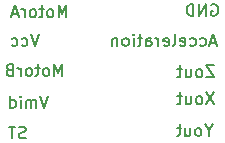
<source format=gbr>
%TF.GenerationSoftware,KiCad,Pcbnew,8.0.3*%
%TF.CreationDate,2025-09-08T17:35:16+08:00*%
%TF.ProjectId,balancing-car,62616c61-6e63-4696-9e67-2d6361722e6b,rev?*%
%TF.SameCoordinates,Original*%
%TF.FileFunction,Legend,Bot*%
%TF.FilePolarity,Positive*%
%FSLAX46Y46*%
G04 Gerber Fmt 4.6, Leading zero omitted, Abs format (unit mm)*
G04 Created by KiCad (PCBNEW 8.0.3) date 2025-09-08 17:35:16*
%MOMM*%
%LPD*%
G01*
G04 APERTURE LIST*
%ADD10C,0.200000*%
%ADD11O,1.700000X1.700000*%
%ADD12R,1.700000X1.700000*%
G04 APERTURE END LIST*
D10*
X192870345Y-93545600D02*
X192727488Y-93593219D01*
X192727488Y-93593219D02*
X192489393Y-93593219D01*
X192489393Y-93593219D02*
X192394155Y-93545600D01*
X192394155Y-93545600D02*
X192346536Y-93497980D01*
X192346536Y-93497980D02*
X192298917Y-93402742D01*
X192298917Y-93402742D02*
X192298917Y-93307504D01*
X192298917Y-93307504D02*
X192346536Y-93212266D01*
X192346536Y-93212266D02*
X192394155Y-93164647D01*
X192394155Y-93164647D02*
X192489393Y-93117028D01*
X192489393Y-93117028D02*
X192679869Y-93069409D01*
X192679869Y-93069409D02*
X192775107Y-93021790D01*
X192775107Y-93021790D02*
X192822726Y-92974171D01*
X192822726Y-92974171D02*
X192870345Y-92878933D01*
X192870345Y-92878933D02*
X192870345Y-92783695D01*
X192870345Y-92783695D02*
X192822726Y-92688457D01*
X192822726Y-92688457D02*
X192775107Y-92640838D01*
X192775107Y-92640838D02*
X192679869Y-92593219D01*
X192679869Y-92593219D02*
X192441774Y-92593219D01*
X192441774Y-92593219D02*
X192298917Y-92640838D01*
X192013202Y-92593219D02*
X191441774Y-92593219D01*
X191727488Y-93593219D02*
X191727488Y-92593219D01*
X194794383Y-90002419D02*
X194461050Y-91002419D01*
X194461050Y-91002419D02*
X194127717Y-90002419D01*
X193794383Y-91002419D02*
X193794383Y-90335752D01*
X193794383Y-90430990D02*
X193746764Y-90383371D01*
X193746764Y-90383371D02*
X193651526Y-90335752D01*
X193651526Y-90335752D02*
X193508669Y-90335752D01*
X193508669Y-90335752D02*
X193413431Y-90383371D01*
X193413431Y-90383371D02*
X193365812Y-90478609D01*
X193365812Y-90478609D02*
X193365812Y-91002419D01*
X193365812Y-90478609D02*
X193318193Y-90383371D01*
X193318193Y-90383371D02*
X193222955Y-90335752D01*
X193222955Y-90335752D02*
X193080098Y-90335752D01*
X193080098Y-90335752D02*
X192984859Y-90383371D01*
X192984859Y-90383371D02*
X192937240Y-90478609D01*
X192937240Y-90478609D02*
X192937240Y-91002419D01*
X192461050Y-91002419D02*
X192461050Y-90335752D01*
X192461050Y-90002419D02*
X192508669Y-90050038D01*
X192508669Y-90050038D02*
X192461050Y-90097657D01*
X192461050Y-90097657D02*
X192413431Y-90050038D01*
X192413431Y-90050038D02*
X192461050Y-90002419D01*
X192461050Y-90002419D02*
X192461050Y-90097657D01*
X191556289Y-91002419D02*
X191556289Y-90002419D01*
X191556289Y-90954800D02*
X191651527Y-91002419D01*
X191651527Y-91002419D02*
X191842003Y-91002419D01*
X191842003Y-91002419D02*
X191937241Y-90954800D01*
X191937241Y-90954800D02*
X191984860Y-90907180D01*
X191984860Y-90907180D02*
X192032479Y-90811942D01*
X192032479Y-90811942D02*
X192032479Y-90526228D01*
X192032479Y-90526228D02*
X191984860Y-90430990D01*
X191984860Y-90430990D02*
X191937241Y-90383371D01*
X191937241Y-90383371D02*
X191842003Y-90335752D01*
X191842003Y-90335752D02*
X191651527Y-90335752D01*
X191651527Y-90335752D02*
X191556289Y-90383371D01*
X195972326Y-88310019D02*
X195972326Y-87310019D01*
X195972326Y-87310019D02*
X195638993Y-88024304D01*
X195638993Y-88024304D02*
X195305660Y-87310019D01*
X195305660Y-87310019D02*
X195305660Y-88310019D01*
X194686612Y-88310019D02*
X194781850Y-88262400D01*
X194781850Y-88262400D02*
X194829469Y-88214780D01*
X194829469Y-88214780D02*
X194877088Y-88119542D01*
X194877088Y-88119542D02*
X194877088Y-87833828D01*
X194877088Y-87833828D02*
X194829469Y-87738590D01*
X194829469Y-87738590D02*
X194781850Y-87690971D01*
X194781850Y-87690971D02*
X194686612Y-87643352D01*
X194686612Y-87643352D02*
X194543755Y-87643352D01*
X194543755Y-87643352D02*
X194448517Y-87690971D01*
X194448517Y-87690971D02*
X194400898Y-87738590D01*
X194400898Y-87738590D02*
X194353279Y-87833828D01*
X194353279Y-87833828D02*
X194353279Y-88119542D01*
X194353279Y-88119542D02*
X194400898Y-88214780D01*
X194400898Y-88214780D02*
X194448517Y-88262400D01*
X194448517Y-88262400D02*
X194543755Y-88310019D01*
X194543755Y-88310019D02*
X194686612Y-88310019D01*
X194067564Y-87643352D02*
X193686612Y-87643352D01*
X193924707Y-87310019D02*
X193924707Y-88167161D01*
X193924707Y-88167161D02*
X193877088Y-88262400D01*
X193877088Y-88262400D02*
X193781850Y-88310019D01*
X193781850Y-88310019D02*
X193686612Y-88310019D01*
X193210421Y-88310019D02*
X193305659Y-88262400D01*
X193305659Y-88262400D02*
X193353278Y-88214780D01*
X193353278Y-88214780D02*
X193400897Y-88119542D01*
X193400897Y-88119542D02*
X193400897Y-87833828D01*
X193400897Y-87833828D02*
X193353278Y-87738590D01*
X193353278Y-87738590D02*
X193305659Y-87690971D01*
X193305659Y-87690971D02*
X193210421Y-87643352D01*
X193210421Y-87643352D02*
X193067564Y-87643352D01*
X193067564Y-87643352D02*
X192972326Y-87690971D01*
X192972326Y-87690971D02*
X192924707Y-87738590D01*
X192924707Y-87738590D02*
X192877088Y-87833828D01*
X192877088Y-87833828D02*
X192877088Y-88119542D01*
X192877088Y-88119542D02*
X192924707Y-88214780D01*
X192924707Y-88214780D02*
X192972326Y-88262400D01*
X192972326Y-88262400D02*
X193067564Y-88310019D01*
X193067564Y-88310019D02*
X193210421Y-88310019D01*
X192448516Y-88310019D02*
X192448516Y-87643352D01*
X192448516Y-87833828D02*
X192400897Y-87738590D01*
X192400897Y-87738590D02*
X192353278Y-87690971D01*
X192353278Y-87690971D02*
X192258040Y-87643352D01*
X192258040Y-87643352D02*
X192162802Y-87643352D01*
X191496135Y-87786209D02*
X191353278Y-87833828D01*
X191353278Y-87833828D02*
X191305659Y-87881447D01*
X191305659Y-87881447D02*
X191258040Y-87976685D01*
X191258040Y-87976685D02*
X191258040Y-88119542D01*
X191258040Y-88119542D02*
X191305659Y-88214780D01*
X191305659Y-88214780D02*
X191353278Y-88262400D01*
X191353278Y-88262400D02*
X191448516Y-88310019D01*
X191448516Y-88310019D02*
X191829468Y-88310019D01*
X191829468Y-88310019D02*
X191829468Y-87310019D01*
X191829468Y-87310019D02*
X191496135Y-87310019D01*
X191496135Y-87310019D02*
X191400897Y-87357638D01*
X191400897Y-87357638D02*
X191353278Y-87405257D01*
X191353278Y-87405257D02*
X191305659Y-87500495D01*
X191305659Y-87500495D02*
X191305659Y-87595733D01*
X191305659Y-87595733D02*
X191353278Y-87690971D01*
X191353278Y-87690971D02*
X191400897Y-87738590D01*
X191400897Y-87738590D02*
X191496135Y-87786209D01*
X191496135Y-87786209D02*
X191829468Y-87786209D01*
X193981583Y-84770019D02*
X193648250Y-85770019D01*
X193648250Y-85770019D02*
X193314917Y-84770019D01*
X192553012Y-85722400D02*
X192648250Y-85770019D01*
X192648250Y-85770019D02*
X192838726Y-85770019D01*
X192838726Y-85770019D02*
X192933964Y-85722400D01*
X192933964Y-85722400D02*
X192981583Y-85674780D01*
X192981583Y-85674780D02*
X193029202Y-85579542D01*
X193029202Y-85579542D02*
X193029202Y-85293828D01*
X193029202Y-85293828D02*
X192981583Y-85198590D01*
X192981583Y-85198590D02*
X192933964Y-85150971D01*
X192933964Y-85150971D02*
X192838726Y-85103352D01*
X192838726Y-85103352D02*
X192648250Y-85103352D01*
X192648250Y-85103352D02*
X192553012Y-85150971D01*
X191695869Y-85722400D02*
X191791107Y-85770019D01*
X191791107Y-85770019D02*
X191981583Y-85770019D01*
X191981583Y-85770019D02*
X192076821Y-85722400D01*
X192076821Y-85722400D02*
X192124440Y-85674780D01*
X192124440Y-85674780D02*
X192172059Y-85579542D01*
X192172059Y-85579542D02*
X192172059Y-85293828D01*
X192172059Y-85293828D02*
X192124440Y-85198590D01*
X192124440Y-85198590D02*
X192076821Y-85150971D01*
X192076821Y-85150971D02*
X191981583Y-85103352D01*
X191981583Y-85103352D02*
X191791107Y-85103352D01*
X191791107Y-85103352D02*
X191695869Y-85150971D01*
X196327926Y-83331619D02*
X196327926Y-82331619D01*
X196327926Y-82331619D02*
X195994593Y-83045904D01*
X195994593Y-83045904D02*
X195661260Y-82331619D01*
X195661260Y-82331619D02*
X195661260Y-83331619D01*
X195042212Y-83331619D02*
X195137450Y-83284000D01*
X195137450Y-83284000D02*
X195185069Y-83236380D01*
X195185069Y-83236380D02*
X195232688Y-83141142D01*
X195232688Y-83141142D02*
X195232688Y-82855428D01*
X195232688Y-82855428D02*
X195185069Y-82760190D01*
X195185069Y-82760190D02*
X195137450Y-82712571D01*
X195137450Y-82712571D02*
X195042212Y-82664952D01*
X195042212Y-82664952D02*
X194899355Y-82664952D01*
X194899355Y-82664952D02*
X194804117Y-82712571D01*
X194804117Y-82712571D02*
X194756498Y-82760190D01*
X194756498Y-82760190D02*
X194708879Y-82855428D01*
X194708879Y-82855428D02*
X194708879Y-83141142D01*
X194708879Y-83141142D02*
X194756498Y-83236380D01*
X194756498Y-83236380D02*
X194804117Y-83284000D01*
X194804117Y-83284000D02*
X194899355Y-83331619D01*
X194899355Y-83331619D02*
X195042212Y-83331619D01*
X194423164Y-82664952D02*
X194042212Y-82664952D01*
X194280307Y-82331619D02*
X194280307Y-83188761D01*
X194280307Y-83188761D02*
X194232688Y-83284000D01*
X194232688Y-83284000D02*
X194137450Y-83331619D01*
X194137450Y-83331619D02*
X194042212Y-83331619D01*
X193566021Y-83331619D02*
X193661259Y-83284000D01*
X193661259Y-83284000D02*
X193708878Y-83236380D01*
X193708878Y-83236380D02*
X193756497Y-83141142D01*
X193756497Y-83141142D02*
X193756497Y-82855428D01*
X193756497Y-82855428D02*
X193708878Y-82760190D01*
X193708878Y-82760190D02*
X193661259Y-82712571D01*
X193661259Y-82712571D02*
X193566021Y-82664952D01*
X193566021Y-82664952D02*
X193423164Y-82664952D01*
X193423164Y-82664952D02*
X193327926Y-82712571D01*
X193327926Y-82712571D02*
X193280307Y-82760190D01*
X193280307Y-82760190D02*
X193232688Y-82855428D01*
X193232688Y-82855428D02*
X193232688Y-83141142D01*
X193232688Y-83141142D02*
X193280307Y-83236380D01*
X193280307Y-83236380D02*
X193327926Y-83284000D01*
X193327926Y-83284000D02*
X193423164Y-83331619D01*
X193423164Y-83331619D02*
X193566021Y-83331619D01*
X192804116Y-83331619D02*
X192804116Y-82664952D01*
X192804116Y-82855428D02*
X192756497Y-82760190D01*
X192756497Y-82760190D02*
X192708878Y-82712571D01*
X192708878Y-82712571D02*
X192613640Y-82664952D01*
X192613640Y-82664952D02*
X192518402Y-82664952D01*
X192232687Y-83045904D02*
X191756497Y-83045904D01*
X192327925Y-83331619D02*
X191994592Y-82331619D01*
X191994592Y-82331619D02*
X191661259Y-83331619D01*
X208380250Y-92913828D02*
X208380250Y-93390019D01*
X208713583Y-92390019D02*
X208380250Y-92913828D01*
X208380250Y-92913828D02*
X208046917Y-92390019D01*
X207570726Y-93390019D02*
X207665964Y-93342400D01*
X207665964Y-93342400D02*
X207713583Y-93294780D01*
X207713583Y-93294780D02*
X207761202Y-93199542D01*
X207761202Y-93199542D02*
X207761202Y-92913828D01*
X207761202Y-92913828D02*
X207713583Y-92818590D01*
X207713583Y-92818590D02*
X207665964Y-92770971D01*
X207665964Y-92770971D02*
X207570726Y-92723352D01*
X207570726Y-92723352D02*
X207427869Y-92723352D01*
X207427869Y-92723352D02*
X207332631Y-92770971D01*
X207332631Y-92770971D02*
X207285012Y-92818590D01*
X207285012Y-92818590D02*
X207237393Y-92913828D01*
X207237393Y-92913828D02*
X207237393Y-93199542D01*
X207237393Y-93199542D02*
X207285012Y-93294780D01*
X207285012Y-93294780D02*
X207332631Y-93342400D01*
X207332631Y-93342400D02*
X207427869Y-93390019D01*
X207427869Y-93390019D02*
X207570726Y-93390019D01*
X206380250Y-92723352D02*
X206380250Y-93390019D01*
X206808821Y-92723352D02*
X206808821Y-93247161D01*
X206808821Y-93247161D02*
X206761202Y-93342400D01*
X206761202Y-93342400D02*
X206665964Y-93390019D01*
X206665964Y-93390019D02*
X206523107Y-93390019D01*
X206523107Y-93390019D02*
X206427869Y-93342400D01*
X206427869Y-93342400D02*
X206380250Y-93294780D01*
X206046916Y-92723352D02*
X205665964Y-92723352D01*
X205904059Y-92390019D02*
X205904059Y-93247161D01*
X205904059Y-93247161D02*
X205856440Y-93342400D01*
X205856440Y-93342400D02*
X205761202Y-93390019D01*
X205761202Y-93390019D02*
X205665964Y-93390019D01*
X208818364Y-89697619D02*
X208151698Y-90697619D01*
X208151698Y-89697619D02*
X208818364Y-90697619D01*
X207627888Y-90697619D02*
X207723126Y-90650000D01*
X207723126Y-90650000D02*
X207770745Y-90602380D01*
X207770745Y-90602380D02*
X207818364Y-90507142D01*
X207818364Y-90507142D02*
X207818364Y-90221428D01*
X207818364Y-90221428D02*
X207770745Y-90126190D01*
X207770745Y-90126190D02*
X207723126Y-90078571D01*
X207723126Y-90078571D02*
X207627888Y-90030952D01*
X207627888Y-90030952D02*
X207485031Y-90030952D01*
X207485031Y-90030952D02*
X207389793Y-90078571D01*
X207389793Y-90078571D02*
X207342174Y-90126190D01*
X207342174Y-90126190D02*
X207294555Y-90221428D01*
X207294555Y-90221428D02*
X207294555Y-90507142D01*
X207294555Y-90507142D02*
X207342174Y-90602380D01*
X207342174Y-90602380D02*
X207389793Y-90650000D01*
X207389793Y-90650000D02*
X207485031Y-90697619D01*
X207485031Y-90697619D02*
X207627888Y-90697619D01*
X206437412Y-90030952D02*
X206437412Y-90697619D01*
X206865983Y-90030952D02*
X206865983Y-90554761D01*
X206865983Y-90554761D02*
X206818364Y-90650000D01*
X206818364Y-90650000D02*
X206723126Y-90697619D01*
X206723126Y-90697619D02*
X206580269Y-90697619D01*
X206580269Y-90697619D02*
X206485031Y-90650000D01*
X206485031Y-90650000D02*
X206437412Y-90602380D01*
X206104078Y-90030952D02*
X205723126Y-90030952D01*
X205961221Y-89697619D02*
X205961221Y-90554761D01*
X205961221Y-90554761D02*
X205913602Y-90650000D01*
X205913602Y-90650000D02*
X205818364Y-90697619D01*
X205818364Y-90697619D02*
X205723126Y-90697619D01*
X208818364Y-87411619D02*
X208151698Y-87411619D01*
X208151698Y-87411619D02*
X208818364Y-88411619D01*
X208818364Y-88411619D02*
X208151698Y-88411619D01*
X207627888Y-88411619D02*
X207723126Y-88364000D01*
X207723126Y-88364000D02*
X207770745Y-88316380D01*
X207770745Y-88316380D02*
X207818364Y-88221142D01*
X207818364Y-88221142D02*
X207818364Y-87935428D01*
X207818364Y-87935428D02*
X207770745Y-87840190D01*
X207770745Y-87840190D02*
X207723126Y-87792571D01*
X207723126Y-87792571D02*
X207627888Y-87744952D01*
X207627888Y-87744952D02*
X207485031Y-87744952D01*
X207485031Y-87744952D02*
X207389793Y-87792571D01*
X207389793Y-87792571D02*
X207342174Y-87840190D01*
X207342174Y-87840190D02*
X207294555Y-87935428D01*
X207294555Y-87935428D02*
X207294555Y-88221142D01*
X207294555Y-88221142D02*
X207342174Y-88316380D01*
X207342174Y-88316380D02*
X207389793Y-88364000D01*
X207389793Y-88364000D02*
X207485031Y-88411619D01*
X207485031Y-88411619D02*
X207627888Y-88411619D01*
X206437412Y-87744952D02*
X206437412Y-88411619D01*
X206865983Y-87744952D02*
X206865983Y-88268761D01*
X206865983Y-88268761D02*
X206818364Y-88364000D01*
X206818364Y-88364000D02*
X206723126Y-88411619D01*
X206723126Y-88411619D02*
X206580269Y-88411619D01*
X206580269Y-88411619D02*
X206485031Y-88364000D01*
X206485031Y-88364000D02*
X206437412Y-88316380D01*
X206104078Y-87744952D02*
X205723126Y-87744952D01*
X205961221Y-87411619D02*
X205961221Y-88268761D01*
X205961221Y-88268761D02*
X205913602Y-88364000D01*
X205913602Y-88364000D02*
X205818364Y-88411619D01*
X205818364Y-88411619D02*
X205723126Y-88411619D01*
X208973945Y-85484304D02*
X208497755Y-85484304D01*
X209069183Y-85770019D02*
X208735850Y-84770019D01*
X208735850Y-84770019D02*
X208402517Y-85770019D01*
X207640612Y-85722400D02*
X207735850Y-85770019D01*
X207735850Y-85770019D02*
X207926326Y-85770019D01*
X207926326Y-85770019D02*
X208021564Y-85722400D01*
X208021564Y-85722400D02*
X208069183Y-85674780D01*
X208069183Y-85674780D02*
X208116802Y-85579542D01*
X208116802Y-85579542D02*
X208116802Y-85293828D01*
X208116802Y-85293828D02*
X208069183Y-85198590D01*
X208069183Y-85198590D02*
X208021564Y-85150971D01*
X208021564Y-85150971D02*
X207926326Y-85103352D01*
X207926326Y-85103352D02*
X207735850Y-85103352D01*
X207735850Y-85103352D02*
X207640612Y-85150971D01*
X206783469Y-85722400D02*
X206878707Y-85770019D01*
X206878707Y-85770019D02*
X207069183Y-85770019D01*
X207069183Y-85770019D02*
X207164421Y-85722400D01*
X207164421Y-85722400D02*
X207212040Y-85674780D01*
X207212040Y-85674780D02*
X207259659Y-85579542D01*
X207259659Y-85579542D02*
X207259659Y-85293828D01*
X207259659Y-85293828D02*
X207212040Y-85198590D01*
X207212040Y-85198590D02*
X207164421Y-85150971D01*
X207164421Y-85150971D02*
X207069183Y-85103352D01*
X207069183Y-85103352D02*
X206878707Y-85103352D01*
X206878707Y-85103352D02*
X206783469Y-85150971D01*
X205973945Y-85722400D02*
X206069183Y-85770019D01*
X206069183Y-85770019D02*
X206259659Y-85770019D01*
X206259659Y-85770019D02*
X206354897Y-85722400D01*
X206354897Y-85722400D02*
X206402516Y-85627161D01*
X206402516Y-85627161D02*
X206402516Y-85246209D01*
X206402516Y-85246209D02*
X206354897Y-85150971D01*
X206354897Y-85150971D02*
X206259659Y-85103352D01*
X206259659Y-85103352D02*
X206069183Y-85103352D01*
X206069183Y-85103352D02*
X205973945Y-85150971D01*
X205973945Y-85150971D02*
X205926326Y-85246209D01*
X205926326Y-85246209D02*
X205926326Y-85341447D01*
X205926326Y-85341447D02*
X206402516Y-85436685D01*
X205354897Y-85770019D02*
X205450135Y-85722400D01*
X205450135Y-85722400D02*
X205497754Y-85627161D01*
X205497754Y-85627161D02*
X205497754Y-84770019D01*
X204592992Y-85722400D02*
X204688230Y-85770019D01*
X204688230Y-85770019D02*
X204878706Y-85770019D01*
X204878706Y-85770019D02*
X204973944Y-85722400D01*
X204973944Y-85722400D02*
X205021563Y-85627161D01*
X205021563Y-85627161D02*
X205021563Y-85246209D01*
X205021563Y-85246209D02*
X204973944Y-85150971D01*
X204973944Y-85150971D02*
X204878706Y-85103352D01*
X204878706Y-85103352D02*
X204688230Y-85103352D01*
X204688230Y-85103352D02*
X204592992Y-85150971D01*
X204592992Y-85150971D02*
X204545373Y-85246209D01*
X204545373Y-85246209D02*
X204545373Y-85341447D01*
X204545373Y-85341447D02*
X205021563Y-85436685D01*
X204116801Y-85770019D02*
X204116801Y-85103352D01*
X204116801Y-85293828D02*
X204069182Y-85198590D01*
X204069182Y-85198590D02*
X204021563Y-85150971D01*
X204021563Y-85150971D02*
X203926325Y-85103352D01*
X203926325Y-85103352D02*
X203831087Y-85103352D01*
X203069182Y-85770019D02*
X203069182Y-85246209D01*
X203069182Y-85246209D02*
X203116801Y-85150971D01*
X203116801Y-85150971D02*
X203212039Y-85103352D01*
X203212039Y-85103352D02*
X203402515Y-85103352D01*
X203402515Y-85103352D02*
X203497753Y-85150971D01*
X203069182Y-85722400D02*
X203164420Y-85770019D01*
X203164420Y-85770019D02*
X203402515Y-85770019D01*
X203402515Y-85770019D02*
X203497753Y-85722400D01*
X203497753Y-85722400D02*
X203545372Y-85627161D01*
X203545372Y-85627161D02*
X203545372Y-85531923D01*
X203545372Y-85531923D02*
X203497753Y-85436685D01*
X203497753Y-85436685D02*
X203402515Y-85389066D01*
X203402515Y-85389066D02*
X203164420Y-85389066D01*
X203164420Y-85389066D02*
X203069182Y-85341447D01*
X202735848Y-85103352D02*
X202354896Y-85103352D01*
X202592991Y-84770019D02*
X202592991Y-85627161D01*
X202592991Y-85627161D02*
X202545372Y-85722400D01*
X202545372Y-85722400D02*
X202450134Y-85770019D01*
X202450134Y-85770019D02*
X202354896Y-85770019D01*
X202021562Y-85770019D02*
X202021562Y-85103352D01*
X202021562Y-84770019D02*
X202069181Y-84817638D01*
X202069181Y-84817638D02*
X202021562Y-84865257D01*
X202021562Y-84865257D02*
X201973943Y-84817638D01*
X201973943Y-84817638D02*
X202021562Y-84770019D01*
X202021562Y-84770019D02*
X202021562Y-84865257D01*
X201402515Y-85770019D02*
X201497753Y-85722400D01*
X201497753Y-85722400D02*
X201545372Y-85674780D01*
X201545372Y-85674780D02*
X201592991Y-85579542D01*
X201592991Y-85579542D02*
X201592991Y-85293828D01*
X201592991Y-85293828D02*
X201545372Y-85198590D01*
X201545372Y-85198590D02*
X201497753Y-85150971D01*
X201497753Y-85150971D02*
X201402515Y-85103352D01*
X201402515Y-85103352D02*
X201259658Y-85103352D01*
X201259658Y-85103352D02*
X201164420Y-85150971D01*
X201164420Y-85150971D02*
X201116801Y-85198590D01*
X201116801Y-85198590D02*
X201069182Y-85293828D01*
X201069182Y-85293828D02*
X201069182Y-85579542D01*
X201069182Y-85579542D02*
X201116801Y-85674780D01*
X201116801Y-85674780D02*
X201164420Y-85722400D01*
X201164420Y-85722400D02*
X201259658Y-85770019D01*
X201259658Y-85770019D02*
X201402515Y-85770019D01*
X200640610Y-85103352D02*
X200640610Y-85770019D01*
X200640610Y-85198590D02*
X200592991Y-85150971D01*
X200592991Y-85150971D02*
X200497753Y-85103352D01*
X200497753Y-85103352D02*
X200354896Y-85103352D01*
X200354896Y-85103352D02*
X200259658Y-85150971D01*
X200259658Y-85150971D02*
X200212039Y-85246209D01*
X200212039Y-85246209D02*
X200212039Y-85770019D01*
X208605717Y-82277638D02*
X208700955Y-82230019D01*
X208700955Y-82230019D02*
X208843812Y-82230019D01*
X208843812Y-82230019D02*
X208986669Y-82277638D01*
X208986669Y-82277638D02*
X209081907Y-82372876D01*
X209081907Y-82372876D02*
X209129526Y-82468114D01*
X209129526Y-82468114D02*
X209177145Y-82658590D01*
X209177145Y-82658590D02*
X209177145Y-82801447D01*
X209177145Y-82801447D02*
X209129526Y-82991923D01*
X209129526Y-82991923D02*
X209081907Y-83087161D01*
X209081907Y-83087161D02*
X208986669Y-83182400D01*
X208986669Y-83182400D02*
X208843812Y-83230019D01*
X208843812Y-83230019D02*
X208748574Y-83230019D01*
X208748574Y-83230019D02*
X208605717Y-83182400D01*
X208605717Y-83182400D02*
X208558098Y-83134780D01*
X208558098Y-83134780D02*
X208558098Y-82801447D01*
X208558098Y-82801447D02*
X208748574Y-82801447D01*
X208129526Y-83230019D02*
X208129526Y-82230019D01*
X208129526Y-82230019D02*
X207558098Y-83230019D01*
X207558098Y-83230019D02*
X207558098Y-82230019D01*
X207081907Y-83230019D02*
X207081907Y-82230019D01*
X207081907Y-82230019D02*
X206843812Y-82230019D01*
X206843812Y-82230019D02*
X206700955Y-82277638D01*
X206700955Y-82277638D02*
X206605717Y-82372876D01*
X206605717Y-82372876D02*
X206558098Y-82468114D01*
X206558098Y-82468114D02*
X206510479Y-82658590D01*
X206510479Y-82658590D02*
X206510479Y-82801447D01*
X206510479Y-82801447D02*
X206558098Y-82991923D01*
X206558098Y-82991923D02*
X206605717Y-83087161D01*
X206605717Y-83087161D02*
X206700955Y-83182400D01*
X206700955Y-83182400D02*
X206843812Y-83230019D01*
X206843812Y-83230019D02*
X207081907Y-83230019D01*
%LPC*%
D11*
%TO.C,J2*%
X189636000Y-92994000D03*
X189636000Y-90454000D03*
X189636000Y-87914000D03*
X189636000Y-85374000D03*
D12*
X189636000Y-82834000D03*
%TD*%
D11*
%TO.C,J1*%
X211099000Y-92994000D03*
X211099000Y-90454000D03*
X211099000Y-87914000D03*
X211099000Y-85374000D03*
D12*
X211099000Y-82834000D03*
%TD*%
%LPD*%
M02*

</source>
